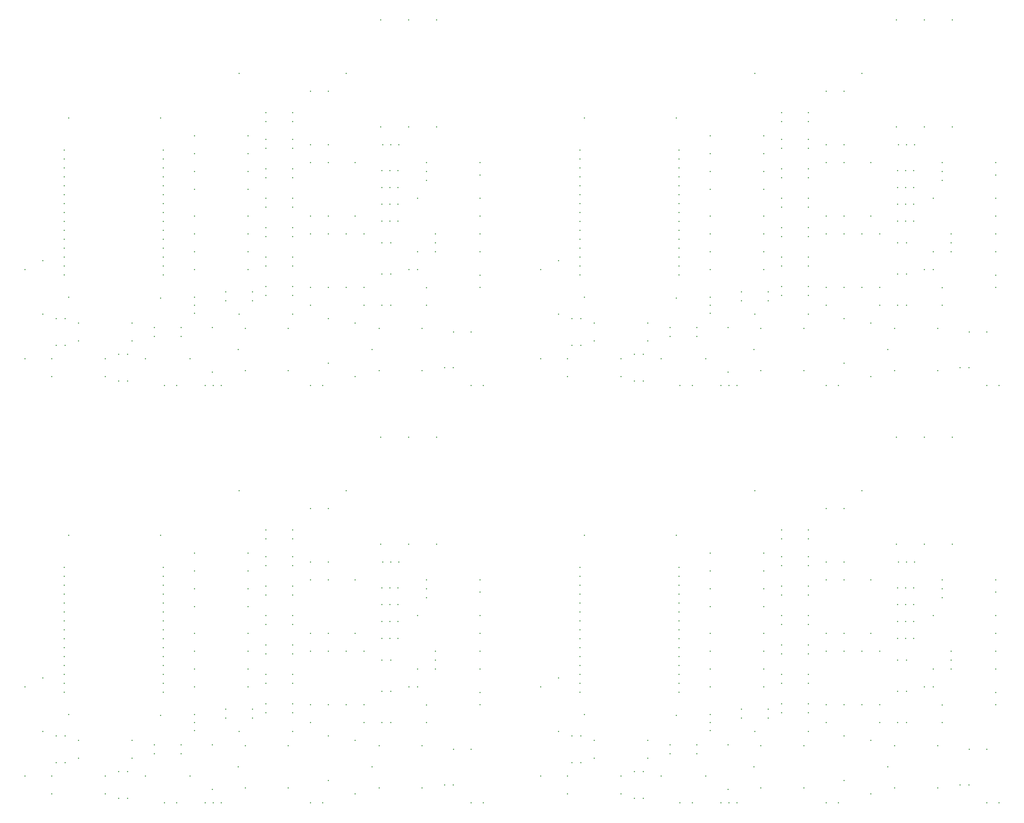
<source format=gbo>
%TF.GenerationSoftware,KiCad,Pcbnew,8.0.3*%
%TF.CreationDate,2024-06-25T22:27:31+05:30*%
%TF.ProjectId,PCB_PANELIZED,5043425f-5041-44e4-954c-495a45442e6b,rev?*%
%TF.SameCoordinates,Original*%
%TF.FileFunction,Legend,Bot*%
%TF.FilePolarity,Positive*%
%FSLAX46Y46*%
G04 Gerber Fmt 4.6, Leading zero omitted, Abs format (unit mm)*
G04 Created by KiCad (PCBNEW 8.0.3) date 2024-06-25 22:27:31*
%MOMM*%
%LPD*%
G01*
G04 APERTURE LIST*
%ADD10C,0.350000*%
G04 APERTURE END LIST*
D10*
X271240000Y-220440000D03*
X268700000Y-220440000D03*
X228060000Y-222980000D03*
X243300000Y-222980000D03*
X243300000Y-189960000D03*
X243300000Y-192500000D03*
X235680000Y-192500000D03*
X235680000Y-189960000D03*
X273260000Y-191660000D03*
X270980000Y-191660000D03*
X268700000Y-191660000D03*
X296640000Y-179800000D03*
X296640000Y-183300000D03*
X284270000Y-139160000D03*
X284270000Y-169640000D03*
X281400000Y-220440000D03*
X281400000Y-215440000D03*
X230600000Y-187420000D03*
X215360000Y-187420000D03*
X178535000Y-231880000D03*
X175995000Y-231880000D03*
X175995000Y-224260000D03*
X178535000Y-224260000D03*
X289020000Y-238220000D03*
X286520000Y-238220000D03*
X201390000Y-235680000D03*
X214090000Y-235680000D03*
X253460000Y-224250000D03*
X253460000Y-236950000D03*
X230600000Y-172180000D03*
X215360000Y-172180000D03*
X174720000Y-235680000D03*
X189960000Y-235680000D03*
X215360000Y-222720000D03*
X215360000Y-220440000D03*
X215360000Y-218160000D03*
X268370000Y-139160000D03*
X268370000Y-169640000D03*
X263620000Y-200120000D03*
X263620000Y-215360000D03*
X243300000Y-165574000D03*
X243300000Y-168114000D03*
X235680000Y-168114000D03*
X235680000Y-165574000D03*
X172180000Y-222980000D03*
X172180000Y-207740000D03*
X243300000Y-181577000D03*
X243300000Y-184117000D03*
X235680000Y-184117000D03*
X235680000Y-181577000D03*
X263620000Y-220440000D03*
X248380000Y-220440000D03*
X253460000Y-179800000D03*
X253460000Y-195040000D03*
X273260000Y-196460000D03*
X270980000Y-196460000D03*
X268700000Y-196460000D03*
X167100000Y-235680000D03*
X167100000Y-210280000D03*
X189960000Y-240760000D03*
X174720000Y-240760000D03*
X253460000Y-215360000D03*
X253460000Y-200120000D03*
X230600000Y-177260000D03*
X215360000Y-177260000D03*
X228060000Y-154400000D03*
X258540000Y-154400000D03*
X230600000Y-200120000D03*
X215360000Y-200120000D03*
X206470000Y-176244000D03*
X206470000Y-178784000D03*
X206470000Y-181324000D03*
X206470000Y-183864000D03*
X206470000Y-186404000D03*
X206470000Y-188944000D03*
X206470000Y-191484000D03*
X206470000Y-194024000D03*
X206470000Y-196564000D03*
X206470000Y-199104000D03*
X206470000Y-201644000D03*
X206470000Y-204184000D03*
X206470000Y-206724000D03*
X206470000Y-209264000D03*
X206470000Y-211804000D03*
X178276000Y-211804000D03*
X178276000Y-209264000D03*
X178276000Y-206724000D03*
X178276000Y-204184000D03*
X178276000Y-201644000D03*
X178276000Y-199104000D03*
X178276000Y-196564000D03*
X178276000Y-194024000D03*
X178276000Y-191484000D03*
X178276000Y-188944000D03*
X178276000Y-186404000D03*
X178276000Y-183864000D03*
X178276000Y-181324000D03*
X178276000Y-178784000D03*
X178276000Y-176244000D03*
X205708000Y-218408000D03*
X205708000Y-167100000D03*
X179546000Y-218154000D03*
X179546000Y-167100000D03*
X278860000Y-210280000D03*
X276360000Y-210280000D03*
X215360000Y-195040000D03*
X230600000Y-195040000D03*
X261080000Y-240760000D03*
X261080000Y-225520000D03*
X243300000Y-198343000D03*
X243300000Y-200883000D03*
X235680000Y-200883000D03*
X235680000Y-198343000D03*
X271240000Y-211550000D03*
X268700000Y-211550000D03*
X281400000Y-179800000D03*
X281400000Y-182340000D03*
X281400000Y-184880000D03*
X283940000Y-205200000D03*
X283940000Y-202660000D03*
X283940000Y-200120000D03*
X196315000Y-242040000D03*
X193775000Y-242040000D03*
X193775000Y-234420000D03*
X196315000Y-234420000D03*
X230600000Y-182340000D03*
X215360000Y-182340000D03*
X243300000Y-215109000D03*
X243300000Y-217649000D03*
X235680000Y-217649000D03*
X235680000Y-215109000D03*
X248380000Y-159480000D03*
X248380000Y-174720000D03*
X230600000Y-210280000D03*
X215360000Y-210280000D03*
X296640000Y-189960000D03*
X296640000Y-195040000D03*
X296640000Y-200120000D03*
X296640000Y-205200000D03*
X276320000Y-139160000D03*
X276320000Y-169640000D03*
X251880000Y-243300000D03*
X248380000Y-243300000D03*
X218420000Y-243300000D03*
X220700000Y-243300000D03*
X222980000Y-243300000D03*
X253460000Y-159480000D03*
X253460000Y-174720000D03*
X231880000Y-216625000D03*
X231880000Y-219165000D03*
X224260000Y-219165000D03*
X224260000Y-216625000D03*
X268700000Y-202660000D03*
X271240000Y-202660000D03*
X258540000Y-215360000D03*
X258540000Y-200120000D03*
X248380000Y-179800000D03*
X248380000Y-195040000D03*
X289100000Y-228060000D03*
X294100000Y-228060000D03*
X278860000Y-189960000D03*
X278860000Y-205200000D03*
X297600000Y-243300000D03*
X294100000Y-243300000D03*
X261080000Y-179800000D03*
X261080000Y-195040000D03*
X220440000Y-239490000D03*
X220440000Y-226790000D03*
X211560000Y-226785000D03*
X211560000Y-229325000D03*
X203940000Y-229325000D03*
X203940000Y-226785000D03*
X268960000Y-174720000D03*
X271240000Y-174720000D03*
X273520000Y-174720000D03*
X273260000Y-182060000D03*
X270980000Y-182060000D03*
X268700000Y-182060000D03*
X242023250Y-227046750D03*
X242023250Y-239046750D03*
X229823250Y-239046750D03*
X227823250Y-233046750D03*
X229823250Y-227046750D03*
X280123250Y-227046750D03*
X280123250Y-239046750D03*
X267923250Y-239046750D03*
X265923250Y-233046750D03*
X267923250Y-227046750D03*
X273260000Y-186860000D03*
X270980000Y-186860000D03*
X268700000Y-186860000D03*
X243300000Y-173194000D03*
X243300000Y-175734000D03*
X235680000Y-175734000D03*
X235680000Y-173194000D03*
X182340000Y-230600000D03*
X197580000Y-230600000D03*
X243300000Y-206726000D03*
X243300000Y-209266000D03*
X235680000Y-209266000D03*
X235680000Y-206726000D03*
X210280000Y-243300000D03*
X206780000Y-243300000D03*
X230600000Y-205200000D03*
X215360000Y-205200000D03*
X296640000Y-211860000D03*
X296640000Y-215360000D03*
X182340000Y-225520000D03*
X197580000Y-225520000D03*
X248380000Y-215360000D03*
X248380000Y-200120000D03*
X121920000Y-202660000D03*
X124460000Y-202660000D03*
X81280000Y-222980000D03*
X96520000Y-222980000D03*
X96520000Y-189960000D03*
X96520000Y-192500000D03*
X88900000Y-192500000D03*
X88900000Y-189960000D03*
X126480000Y-191660000D03*
X124200000Y-191660000D03*
X121920000Y-191660000D03*
X133343250Y-227046750D03*
X133343250Y-239046750D03*
X121143250Y-239046750D03*
X119143250Y-233046750D03*
X121143250Y-227046750D03*
X73660000Y-239490000D03*
X73660000Y-226790000D03*
X149860000Y-179800000D03*
X149860000Y-183300000D03*
X134620000Y-220440000D03*
X134620000Y-215440000D03*
X106680000Y-159480000D03*
X106680000Y-174720000D03*
X83820000Y-187420000D03*
X68580000Y-187420000D03*
X31755000Y-231880000D03*
X29215000Y-231880000D03*
X29215000Y-224260000D03*
X31755000Y-224260000D03*
X150820000Y-243300000D03*
X147320000Y-243300000D03*
X54610000Y-235680000D03*
X67310000Y-235680000D03*
X85100000Y-216625000D03*
X85100000Y-219165000D03*
X77480000Y-219165000D03*
X77480000Y-216625000D03*
X83820000Y-172180000D03*
X68580000Y-172180000D03*
X27940000Y-235680000D03*
X43180000Y-235680000D03*
X68580000Y-222720000D03*
X68580000Y-220440000D03*
X68580000Y-218160000D03*
X121590000Y-139160000D03*
X121590000Y-169640000D03*
X116840000Y-200120000D03*
X116840000Y-215360000D03*
X132080000Y-210280000D03*
X129580000Y-210280000D03*
X25400000Y-222980000D03*
X25400000Y-207740000D03*
X129540000Y-139160000D03*
X129540000Y-169640000D03*
X96520000Y-181577000D03*
X96520000Y-184117000D03*
X88900000Y-184117000D03*
X88900000Y-181577000D03*
X116840000Y-220440000D03*
X101600000Y-220440000D03*
X106680000Y-179800000D03*
X106680000Y-195040000D03*
X83820000Y-177260000D03*
X68580000Y-177260000D03*
X132080000Y-189960000D03*
X132080000Y-205200000D03*
X111760000Y-215360000D03*
X111760000Y-200120000D03*
X20320000Y-235680000D03*
X20320000Y-210280000D03*
X43180000Y-240760000D03*
X27940000Y-240760000D03*
X81280000Y-154400000D03*
X111760000Y-154400000D03*
X83820000Y-200120000D03*
X68580000Y-200120000D03*
X59690000Y-176244000D03*
X59690000Y-178784000D03*
X59690000Y-181324000D03*
X59690000Y-183864000D03*
X59690000Y-186404000D03*
X59690000Y-188944000D03*
X59690000Y-191484000D03*
X59690000Y-194024000D03*
X59690000Y-196564000D03*
X59690000Y-199104000D03*
X59690000Y-201644000D03*
X59690000Y-204184000D03*
X59690000Y-206724000D03*
X59690000Y-209264000D03*
X59690000Y-211804000D03*
X31496000Y-211804000D03*
X31496000Y-209264000D03*
X31496000Y-206724000D03*
X31496000Y-204184000D03*
X31496000Y-201644000D03*
X31496000Y-199104000D03*
X31496000Y-196564000D03*
X31496000Y-194024000D03*
X31496000Y-191484000D03*
X31496000Y-188944000D03*
X31496000Y-186404000D03*
X31496000Y-183864000D03*
X31496000Y-181324000D03*
X31496000Y-178784000D03*
X31496000Y-176244000D03*
X58928000Y-218408000D03*
X58928000Y-167100000D03*
X32766000Y-218154000D03*
X32766000Y-167100000D03*
X68580000Y-195040000D03*
X83820000Y-195040000D03*
X114300000Y-240760000D03*
X114300000Y-225520000D03*
X96520000Y-198343000D03*
X96520000Y-200883000D03*
X88900000Y-200883000D03*
X88900000Y-198343000D03*
X124460000Y-211550000D03*
X121920000Y-211550000D03*
X106680000Y-215360000D03*
X106680000Y-200120000D03*
X83820000Y-182340000D03*
X68580000Y-182340000D03*
X83820000Y-210280000D03*
X68580000Y-210280000D03*
X106680000Y-224250000D03*
X106680000Y-236950000D03*
X96520000Y-215109000D03*
X96520000Y-217649000D03*
X88900000Y-217649000D03*
X88900000Y-215109000D03*
X101600000Y-159480000D03*
X101600000Y-174720000D03*
X149860000Y-189960000D03*
X149860000Y-195040000D03*
X149860000Y-200120000D03*
X149860000Y-205200000D03*
X105100000Y-243300000D03*
X101600000Y-243300000D03*
X71640000Y-243300000D03*
X73920000Y-243300000D03*
X76200000Y-243300000D03*
X142240000Y-238220000D03*
X139740000Y-238220000D03*
X95243250Y-227046750D03*
X95243250Y-239046750D03*
X83043250Y-239046750D03*
X81043250Y-233046750D03*
X83043250Y-227046750D03*
X96520000Y-165574000D03*
X96520000Y-168114000D03*
X88900000Y-168114000D03*
X88900000Y-165574000D03*
X137160000Y-205200000D03*
X137160000Y-202660000D03*
X137160000Y-200120000D03*
X126480000Y-196460000D03*
X124200000Y-196460000D03*
X121920000Y-196460000D03*
X126480000Y-182060000D03*
X124200000Y-182060000D03*
X121920000Y-182060000D03*
X101600000Y-179800000D03*
X101600000Y-195040000D03*
X49535000Y-242040000D03*
X46995000Y-242040000D03*
X46995000Y-234420000D03*
X49535000Y-234420000D03*
X124460000Y-220440000D03*
X121920000Y-220440000D03*
X142320000Y-228060000D03*
X147320000Y-228060000D03*
X114300000Y-179800000D03*
X114300000Y-195040000D03*
X134620000Y-179800000D03*
X134620000Y-182340000D03*
X134620000Y-184880000D03*
X122180000Y-174720000D03*
X124460000Y-174720000D03*
X126740000Y-174720000D03*
X126480000Y-186860000D03*
X124200000Y-186860000D03*
X121920000Y-186860000D03*
X96520000Y-173194000D03*
X96520000Y-175734000D03*
X88900000Y-175734000D03*
X88900000Y-173194000D03*
X137490000Y-139160000D03*
X137490000Y-169640000D03*
X35560000Y-230600000D03*
X50800000Y-230600000D03*
X96520000Y-206726000D03*
X96520000Y-209266000D03*
X88900000Y-209266000D03*
X88900000Y-206726000D03*
X63500000Y-243300000D03*
X60000000Y-243300000D03*
X83820000Y-205200000D03*
X68580000Y-205200000D03*
X149860000Y-211860000D03*
X149860000Y-215360000D03*
X35560000Y-225520000D03*
X50800000Y-225520000D03*
X101600000Y-215360000D03*
X101600000Y-200120000D03*
X64780000Y-226785000D03*
X64780000Y-229325000D03*
X57160000Y-229325000D03*
X57160000Y-226785000D03*
X268700000Y-83820000D03*
X271240000Y-83820000D03*
X228060000Y-104140000D03*
X243300000Y-104140000D03*
X243300000Y-71120000D03*
X243300000Y-73660000D03*
X235680000Y-73660000D03*
X235680000Y-71120000D03*
X273260000Y-72820000D03*
X270980000Y-72820000D03*
X268700000Y-72820000D03*
X289100000Y-109220000D03*
X294100000Y-109220000D03*
X296640000Y-60960000D03*
X296640000Y-64460000D03*
X242023250Y-108206750D03*
X242023250Y-120206750D03*
X229823250Y-120206750D03*
X227823250Y-114206750D03*
X229823250Y-108206750D03*
X253460000Y-40640000D03*
X253460000Y-55880000D03*
X230600000Y-68580000D03*
X215360000Y-68580000D03*
X178535000Y-113040000D03*
X175995000Y-113040000D03*
X175995000Y-105420000D03*
X178535000Y-105420000D03*
X289020000Y-119380000D03*
X286520000Y-119380000D03*
X297600000Y-124460000D03*
X294100000Y-124460000D03*
X253460000Y-105410000D03*
X253460000Y-118110000D03*
X231880000Y-97785000D03*
X231880000Y-100325000D03*
X224260000Y-100325000D03*
X224260000Y-97785000D03*
X230600000Y-53340000D03*
X215360000Y-53340000D03*
X263620000Y-81280000D03*
X263620000Y-96520000D03*
X243300000Y-46734000D03*
X243300000Y-49274000D03*
X235680000Y-49274000D03*
X235680000Y-46734000D03*
X243300000Y-62737000D03*
X243300000Y-65277000D03*
X235680000Y-65277000D03*
X235680000Y-62737000D03*
X263620000Y-101600000D03*
X248380000Y-101600000D03*
X253460000Y-60960000D03*
X253460000Y-76200000D03*
X230600000Y-58420000D03*
X215360000Y-58420000D03*
X258540000Y-96520000D03*
X258540000Y-81280000D03*
X167100000Y-116840000D03*
X167100000Y-91440000D03*
X189960000Y-121920000D03*
X174720000Y-121920000D03*
X273260000Y-63220000D03*
X270980000Y-63220000D03*
X268700000Y-63220000D03*
X253460000Y-96520000D03*
X253460000Y-81280000D03*
X230600000Y-81280000D03*
X215360000Y-81280000D03*
X201390000Y-116840000D03*
X214090000Y-116840000D03*
X206470000Y-57404000D03*
X206470000Y-59944000D03*
X206470000Y-62484000D03*
X206470000Y-65024000D03*
X206470000Y-67564000D03*
X206470000Y-70104000D03*
X206470000Y-72644000D03*
X206470000Y-75184000D03*
X206470000Y-77724000D03*
X206470000Y-80264000D03*
X206470000Y-82804000D03*
X206470000Y-85344000D03*
X206470000Y-87884000D03*
X206470000Y-90424000D03*
X206470000Y-92964000D03*
X178276000Y-92964000D03*
X178276000Y-90424000D03*
X178276000Y-87884000D03*
X178276000Y-85344000D03*
X178276000Y-82804000D03*
X178276000Y-80264000D03*
X178276000Y-77724000D03*
X178276000Y-75184000D03*
X178276000Y-72644000D03*
X178276000Y-70104000D03*
X178276000Y-67564000D03*
X178276000Y-65024000D03*
X178276000Y-62484000D03*
X178276000Y-59944000D03*
X178276000Y-57404000D03*
X205708000Y-99568000D03*
X205708000Y-48260000D03*
X179546000Y-99314000D03*
X179546000Y-48260000D03*
X215360000Y-76200000D03*
X230600000Y-76200000D03*
X243300000Y-79503000D03*
X243300000Y-82043000D03*
X235680000Y-82043000D03*
X235680000Y-79503000D03*
X271240000Y-92710000D03*
X268700000Y-92710000D03*
X281400000Y-60960000D03*
X281400000Y-63500000D03*
X281400000Y-66040000D03*
X283940000Y-86360000D03*
X283940000Y-83820000D03*
X283940000Y-81280000D03*
X281400000Y-101600000D03*
X281400000Y-96600000D03*
X196315000Y-123200000D03*
X193775000Y-123200000D03*
X193775000Y-115580000D03*
X196315000Y-115580000D03*
X273260000Y-77620000D03*
X270980000Y-77620000D03*
X268700000Y-77620000D03*
X230600000Y-63500000D03*
X215360000Y-63500000D03*
X230600000Y-91440000D03*
X215360000Y-91440000D03*
X261080000Y-121920000D03*
X261080000Y-106680000D03*
X243300000Y-96269000D03*
X243300000Y-98809000D03*
X235680000Y-98809000D03*
X235680000Y-96269000D03*
X248380000Y-40640000D03*
X248380000Y-55880000D03*
X296640000Y-71120000D03*
X296640000Y-76200000D03*
X296640000Y-81280000D03*
X296640000Y-86360000D03*
X251880000Y-124460000D03*
X248380000Y-124460000D03*
X218420000Y-124460000D03*
X220700000Y-124460000D03*
X222980000Y-124460000D03*
X174720000Y-116840000D03*
X189960000Y-116840000D03*
X248380000Y-60960000D03*
X248380000Y-76200000D03*
X280123250Y-108206750D03*
X280123250Y-120206750D03*
X267923250Y-120206750D03*
X265923250Y-114206750D03*
X267923250Y-108206750D03*
X228060000Y-35560000D03*
X258540000Y-35560000D03*
X276320000Y-20320000D03*
X276320000Y-50800000D03*
X278860000Y-71120000D03*
X278860000Y-86360000D03*
X211560000Y-107945000D03*
X211560000Y-110485000D03*
X203940000Y-110485000D03*
X203940000Y-107945000D03*
X172180000Y-104140000D03*
X172180000Y-88900000D03*
X268960000Y-55880000D03*
X271240000Y-55880000D03*
X273520000Y-55880000D03*
X215360000Y-103880000D03*
X215360000Y-101600000D03*
X215360000Y-99320000D03*
X273260000Y-68020000D03*
X270980000Y-68020000D03*
X268700000Y-68020000D03*
X243300000Y-54354000D03*
X243300000Y-56894000D03*
X235680000Y-56894000D03*
X235680000Y-54354000D03*
X220440000Y-120650000D03*
X220440000Y-107950000D03*
X182340000Y-111760000D03*
X197580000Y-111760000D03*
X243300000Y-87886000D03*
X243300000Y-90426000D03*
X235680000Y-90426000D03*
X235680000Y-87886000D03*
X210280000Y-124460000D03*
X206780000Y-124460000D03*
X278860000Y-91440000D03*
X276360000Y-91440000D03*
X230600000Y-86360000D03*
X215360000Y-86360000D03*
X296640000Y-93020000D03*
X296640000Y-96520000D03*
X261080000Y-60960000D03*
X261080000Y-76200000D03*
X182340000Y-106680000D03*
X197580000Y-106680000D03*
X284270000Y-20320000D03*
X284270000Y-50800000D03*
X248380000Y-96520000D03*
X248380000Y-81280000D03*
X268370000Y-20320000D03*
X268370000Y-50800000D03*
X271240000Y-101600000D03*
X268700000Y-101600000D03*
X35560000Y-111760000D03*
X50800000Y-111760000D03*
X59690000Y-57404000D03*
X59690000Y-59944000D03*
X59690000Y-62484000D03*
X59690000Y-65024000D03*
X59690000Y-67564000D03*
X59690000Y-70104000D03*
X59690000Y-72644000D03*
X59690000Y-75184000D03*
X59690000Y-77724000D03*
X59690000Y-80264000D03*
X59690000Y-82804000D03*
X59690000Y-85344000D03*
X59690000Y-87884000D03*
X59690000Y-90424000D03*
X59690000Y-92964000D03*
X31496000Y-92964000D03*
X31496000Y-90424000D03*
X31496000Y-87884000D03*
X31496000Y-85344000D03*
X31496000Y-82804000D03*
X31496000Y-80264000D03*
X31496000Y-77724000D03*
X31496000Y-75184000D03*
X31496000Y-72644000D03*
X31496000Y-70104000D03*
X31496000Y-67564000D03*
X31496000Y-65024000D03*
X31496000Y-62484000D03*
X31496000Y-59944000D03*
X31496000Y-57404000D03*
X58928000Y-99568000D03*
X58928000Y-48260000D03*
X32766000Y-99314000D03*
X32766000Y-48260000D03*
X35560000Y-106680000D03*
X50800000Y-106680000D03*
X101600000Y-96520000D03*
X101600000Y-81280000D03*
X63500000Y-124460000D03*
X60000000Y-124460000D03*
X83820000Y-68580000D03*
X68580000Y-68580000D03*
X64780000Y-107945000D03*
X64780000Y-110485000D03*
X57160000Y-110485000D03*
X57160000Y-107945000D03*
X96520000Y-79503000D03*
X96520000Y-82043000D03*
X88900000Y-82043000D03*
X88900000Y-79503000D03*
X114300000Y-121920000D03*
X114300000Y-106680000D03*
X134620000Y-60960000D03*
X134620000Y-63500000D03*
X134620000Y-66040000D03*
X124460000Y-92710000D03*
X121920000Y-92710000D03*
X81280000Y-35560000D03*
X111760000Y-35560000D03*
X126480000Y-77620000D03*
X124200000Y-77620000D03*
X121920000Y-77620000D03*
X83820000Y-81280000D03*
X68580000Y-81280000D03*
X149860000Y-71120000D03*
X149860000Y-76200000D03*
X149860000Y-81280000D03*
X149860000Y-86360000D03*
X111760000Y-96520000D03*
X111760000Y-81280000D03*
X106680000Y-96520000D03*
X106680000Y-81280000D03*
X137160000Y-86360000D03*
X137160000Y-83820000D03*
X137160000Y-81280000D03*
X101600000Y-40640000D03*
X101600000Y-55880000D03*
X20320000Y-116840000D03*
X20320000Y-91440000D03*
X83820000Y-86360000D03*
X68580000Y-86360000D03*
X68580000Y-76200000D03*
X83820000Y-76200000D03*
X83820000Y-58420000D03*
X68580000Y-58420000D03*
X126480000Y-68020000D03*
X124200000Y-68020000D03*
X121920000Y-68020000D03*
X114300000Y-60960000D03*
X114300000Y-76200000D03*
X116840000Y-101600000D03*
X101600000Y-101600000D03*
X129540000Y-20320000D03*
X129540000Y-50800000D03*
X96520000Y-54354000D03*
X96520000Y-56894000D03*
X88900000Y-56894000D03*
X88900000Y-54354000D03*
X116840000Y-81280000D03*
X116840000Y-96520000D03*
X106680000Y-60960000D03*
X106680000Y-76200000D03*
X83820000Y-63500000D03*
X68580000Y-63500000D03*
X96520000Y-62737000D03*
X96520000Y-65277000D03*
X88900000Y-65277000D03*
X88900000Y-62737000D03*
X96520000Y-96269000D03*
X96520000Y-98809000D03*
X88900000Y-98809000D03*
X88900000Y-96269000D03*
X96520000Y-46734000D03*
X96520000Y-49274000D03*
X88900000Y-49274000D03*
X88900000Y-46734000D03*
X132080000Y-71120000D03*
X132080000Y-86360000D03*
X25400000Y-104140000D03*
X25400000Y-88900000D03*
X132080000Y-91440000D03*
X129580000Y-91440000D03*
X83820000Y-91440000D03*
X68580000Y-91440000D03*
X105100000Y-124460000D03*
X101600000Y-124460000D03*
X126480000Y-72820000D03*
X124200000Y-72820000D03*
X121920000Y-72820000D03*
X96520000Y-71120000D03*
X96520000Y-73660000D03*
X88900000Y-73660000D03*
X88900000Y-71120000D03*
X81280000Y-104140000D03*
X96520000Y-104140000D03*
X95243250Y-108206750D03*
X95243250Y-120206750D03*
X83043250Y-120206750D03*
X81043250Y-114206750D03*
X83043250Y-108206750D03*
X121920000Y-83820000D03*
X124460000Y-83820000D03*
X133343250Y-108206750D03*
X133343250Y-120206750D03*
X121143250Y-120206750D03*
X119143250Y-114206750D03*
X121143250Y-108206750D03*
X124460000Y-101600000D03*
X121920000Y-101600000D03*
X126480000Y-63220000D03*
X124200000Y-63220000D03*
X121920000Y-63220000D03*
X49535000Y-123200000D03*
X46995000Y-123200000D03*
X46995000Y-115580000D03*
X49535000Y-115580000D03*
X106680000Y-40640000D03*
X106680000Y-55880000D03*
X73660000Y-120650000D03*
X73660000Y-107950000D03*
X122180000Y-55880000D03*
X124460000Y-55880000D03*
X126740000Y-55880000D03*
X134620000Y-101600000D03*
X134620000Y-96600000D03*
X142320000Y-109220000D03*
X147320000Y-109220000D03*
X137490000Y-20320000D03*
X137490000Y-50800000D03*
X149860000Y-60960000D03*
X149860000Y-64460000D03*
X71640000Y-124460000D03*
X73920000Y-124460000D03*
X76200000Y-124460000D03*
X68580000Y-103880000D03*
X68580000Y-101600000D03*
X68580000Y-99320000D03*
X83820000Y-53340000D03*
X68580000Y-53340000D03*
X43180000Y-121920000D03*
X27940000Y-121920000D03*
X31755000Y-113040000D03*
X29215000Y-113040000D03*
X29215000Y-105420000D03*
X31755000Y-105420000D03*
X142240000Y-119380000D03*
X139740000Y-119380000D03*
X85100000Y-97785000D03*
X85100000Y-100325000D03*
X77480000Y-100325000D03*
X77480000Y-97785000D03*
X27940000Y-116840000D03*
X43180000Y-116840000D03*
X101600000Y-60960000D03*
X101600000Y-76200000D03*
X121590000Y-20320000D03*
X121590000Y-50800000D03*
X54610000Y-116840000D03*
X67310000Y-116840000D03*
X150820000Y-124460000D03*
X147320000Y-124460000D03*
X96520000Y-87886000D03*
X96520000Y-90426000D03*
X88900000Y-90426000D03*
X88900000Y-87886000D03*
X149860000Y-93020000D03*
X149860000Y-96520000D03*
X106680000Y-105410000D03*
X106680000Y-118110000D03*
M02*

</source>
